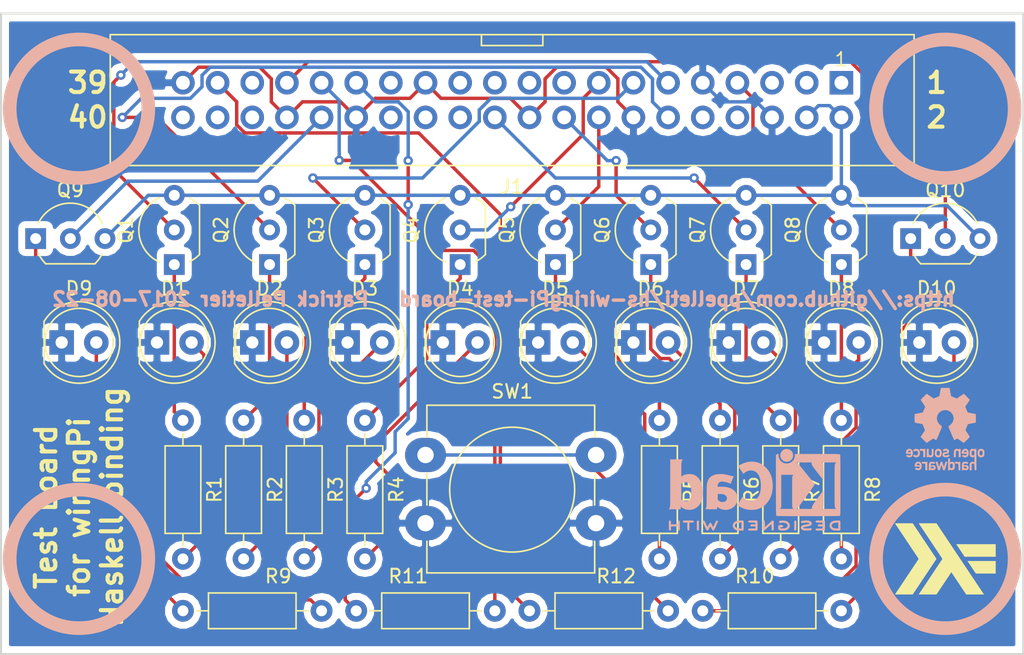
<source format=kicad_pcb>
(kicad_pcb (version 4) (host pcbnew 4.0.6)
  (title_block (title "Test board for wiringPi Haskell binding") (date 2017-08-08) (company "Patrick Pelletier"))
  (layers (0 F.Cu signal) (31 B.Cu signal) (34 B.Paste user) (35 F.Paste user) (36 B.SilkS user) (37 F.SilkS user) (38 B.Mask user) (39 F.Mask user) (44 Edge.Cuts user))
  (net 0 "")
  (net 1 GND)
  (net 2 "Net-(D1-Pad2)")
  (net 3 "Net-(D2-Pad2)")
  (net 4 "Net-(D3-Pad2)")
  (net 5 "Net-(D4-Pad2)")
  (net 6 "Net-(D5-Pad2)")
  (net 7 "Net-(D6-Pad2)")
  (net 8 "Net-(D7-Pad2)")
  (net 9 "Net-(D8-Pad2)")
  (net 10 "Net-(D9-Pad2)")
  (net 11 "Net-(D10-Pad2)")
  (net 12 /WPi0)
  (net 13 VCC)
  (net 14 "Net-(Q1-Pad1)")
  (net 15 /WPi1)
  (net 16 "Net-(Q2-Pad1)")
  (net 17 /WPi2)
  (net 18 "Net-(Q3-Pad1)")
  (net 19 /WPi3)
  (net 20 "Net-(Q4-Pad1)")
  (net 21 /WPi4)
  (net 22 "Net-(Q5-Pad1)")
  (net 23 /WPi5)
  (net 24 "Net-(Q6-Pad1)")
  (net 25 /WPi6)
  (net 26 "Net-(Q7-Pad1)")
  (net 27 /WPi7)
  (net 28 "Net-(Q8-Pad1)")
  (net 29 /PWM0)
  (net 30 "Net-(Q9-Pad1)")
  (net 31 /PWM1)
  (net 32 "Net-(Q10-Pad1)")
  (net 33 "Net-(J1-Pad29)")
  (net 34 "Net-(J1-Pad31)")
  (net 35 /Button)
  (net 36 "Net-(R12-Pad2)")
  (net 37 "Net-(J1-Pad1)")
  (net 38 "Net-(J1-Pad3)")
  (net 39 "Net-(J1-Pad5)")
  (net 40 "Net-(J1-Pad8)")
  (net 41 "Net-(J1-Pad10)")
  (net 42 "Net-(J1-Pad17)")
  (net 43 "Net-(J1-Pad19)")
  (net 44 "Net-(J1-Pad21)")
  (net 45 "Net-(J1-Pad23)")
  (net 46 "Net-(J1-Pad24)")
  (net 47 "Net-(J1-Pad26)")
  (net 48 "Net-(J1-Pad27)")
  (net 49 "Net-(J1-Pad28)")
  (net 50 "Net-(J1-Pad35)")
  (net 51 "Net-(J1-Pad36)")
  (net 52 "Net-(J1-Pad38)")
  (net 53 "Net-(J1-Pad40)")
  (module LEDs:LED_D5.0mm (layer F.Cu) (at 107.95 97.79)
    (fp_text reference D1 (at 1.27 -3.96) (layer F.SilkS))
    (fp_text value Yellow)
    (pad 1 thru_hole rect (at 0 0) (size 1.8 1.8) (drill 0.9) (layers *.Cu *.Mask) (net 1 GND))
    (pad 2 thru_hole circle (at 2.54 0) (size 1.8 1.8) (drill 0.9) (layers *.Cu *.Mask) (net 2 "Net-(D1-Pad2)"))
  )
  (module LEDs:LED_D5.0mm (layer F.Cu) (at 114.935 97.79)
    (fp_text reference D2 (at 1.27 -3.96) (layer F.SilkS))
    (fp_text value Yellow)
    (pad 1 thru_hole rect (at 0 0) (size 1.8 1.8) (drill 0.9) (layers *.Cu *.Mask) (net 1 GND))
    (pad 2 thru_hole circle (at 2.54 0) (size 1.8 1.8) (drill 0.9) (layers *.Cu *.Mask) (net 3 "Net-(D2-Pad2)"))
  )
  (module LEDs:LED_D5.0mm (layer F.Cu) (at 121.92 97.79)
    (fp_text reference D3 (at 1.27 -3.96) (layer F.SilkS))
    (fp_text value Yellow)
    (pad 1 thru_hole rect (at 0 0) (size 1.8 1.8) (drill 0.9) (layers *.Cu *.Mask) (net 1 GND))
    (pad 2 thru_hole circle (at 2.54 0) (size 1.8 1.8) (drill 0.9) (layers *.Cu *.Mask) (net 4 "Net-(D3-Pad2)"))
  )
  (module LEDs:LED_D5.0mm (layer F.Cu) (at 128.905 97.79)
    (fp_text reference D4 (at 1.27 -3.96) (layer F.SilkS))
    (fp_text value Yellow)
    (pad 1 thru_hole rect (at 0 0) (size 1.8 1.8) (drill 0.9) (layers *.Cu *.Mask) (net 1 GND))
    (pad 2 thru_hole circle (at 2.54 0) (size 1.8 1.8) (drill 0.9) (layers *.Cu *.Mask) (net 5 "Net-(D4-Pad2)"))
  )
  (module LEDs:LED_D5.0mm (layer F.Cu) (at 135.89 97.79)
    (fp_text reference D5 (at 1.27 -3.96) (layer F.SilkS))
    (fp_text value Yellow)
    (pad 1 thru_hole rect (at 0 0) (size 1.8 1.8) (drill 0.9) (layers *.Cu *.Mask) (net 1 GND))
    (pad 2 thru_hole circle (at 2.54 0) (size 1.8 1.8) (drill 0.9) (layers *.Cu *.Mask) (net 6 "Net-(D5-Pad2)"))
  )
  (module LEDs:LED_D5.0mm (layer F.Cu) (at 142.875 97.79)
    (fp_text reference D6 (at 1.27 -3.96) (layer F.SilkS))
    (fp_text value Yellow)
    (pad 1 thru_hole rect (at 0 0) (size 1.8 1.8) (drill 0.9) (layers *.Cu *.Mask) (net 1 GND))
    (pad 2 thru_hole circle (at 2.54 0) (size 1.8 1.8) (drill 0.9) (layers *.Cu *.Mask) (net 7 "Net-(D6-Pad2)"))
  )
  (module LEDs:LED_D5.0mm (layer F.Cu) (at 149.86 97.79)
    (fp_text reference D7 (at 1.27 -3.96) (layer F.SilkS))
    (fp_text value Yellow)
    (pad 1 thru_hole rect (at 0 0) (size 1.8 1.8) (drill 0.9) (layers *.Cu *.Mask) (net 1 GND))
    (pad 2 thru_hole circle (at 2.54 0) (size 1.8 1.8) (drill 0.9) (layers *.Cu *.Mask) (net 8 "Net-(D7-Pad2)"))
  )
  (module LEDs:LED_D5.0mm (layer F.Cu) (at 156.845 97.79)
    (fp_text reference D8 (at 1.27 -3.96) (layer F.SilkS))
    (fp_text value Yellow)
    (pad 1 thru_hole rect (at 0 0) (size 1.8 1.8) (drill 0.9) (layers *.Cu *.Mask) (net 1 GND))
    (pad 2 thru_hole circle (at 2.54 0) (size 1.8 1.8) (drill 0.9) (layers *.Cu *.Mask) (net 9 "Net-(D8-Pad2)"))
  )
  (module LEDs:LED_D5.0mm (layer F.Cu) (at 100.965 97.79)
    (fp_text reference D9 (at 1.27 -3.96) (layer F.SilkS))
    (fp_text value Red)
    (pad 1 thru_hole rect (at 0 0) (size 1.8 1.8) (drill 0.9) (layers *.Cu *.Mask) (net 1 GND))
    (pad 2 thru_hole circle (at 2.54 0) (size 1.8 1.8) (drill 0.9) (layers *.Cu *.Mask) (net 10 "Net-(D9-Pad2)"))
  )
  (module LEDs:LED_D5.0mm (layer F.Cu) (at 163.83 97.79)
    (fp_text reference D10 (at 1.27 -3.96) (layer F.SilkS))
    (fp_text value Red)
    (pad 1 thru_hole rect (at 0 0) (size 1.8 1.8) (drill 0.9) (layers *.Cu *.Mask) (net 1 GND))
    (pad 2 thru_hole circle (at 2.54 0) (size 1.8 1.8) (drill 0.9) (layers *.Cu *.Mask) (net 11 "Net-(D10-Pad2)"))
  )
  (module Resistors_THT:R_Axial_DIN0207_L6.3mm_D2.5mm_P10.16mm_Horizontal (layer F.Cu) (at 109.855 103.505 270)
    (fp_text reference R1 (at 5.08 -2.31 270) (layer F.SilkS))
    (fp_text value 33)
    (pad 1 thru_hole circle (at 0 0 270) (size 1.6 1.6) (drill 0.8) (layers *.Cu *.Mask) (net 14 "Net-(Q1-Pad1)"))
    (pad 2 thru_hole oval (at 10.16 0 270) (size 1.6 1.6) (drill 0.8) (layers *.Cu *.Mask) (net 2 "Net-(D1-Pad2)"))
  )
  (module Resistors_THT:R_Axial_DIN0207_L6.3mm_D2.5mm_P10.16mm_Horizontal (layer F.Cu) (at 114.3 103.505 270)
    (fp_text reference R2 (at 5.08 -2.31 270) (layer F.SilkS))
    (fp_text value 33)
    (pad 1 thru_hole circle (at 0 0 270) (size 1.6 1.6) (drill 0.8) (layers *.Cu *.Mask) (net 16 "Net-(Q2-Pad1)"))
    (pad 2 thru_hole oval (at 10.16 0 270) (size 1.6 1.6) (drill 0.8) (layers *.Cu *.Mask) (net 3 "Net-(D2-Pad2)"))
  )
  (module Resistors_THT:R_Axial_DIN0207_L6.3mm_D2.5mm_P10.16mm_Horizontal (layer F.Cu) (at 118.745 103.505 270)
    (fp_text reference R3 (at 5.08 -2.31 270) (layer F.SilkS))
    (fp_text value 33)
    (pad 1 thru_hole circle (at 0 0 270) (size 1.6 1.6) (drill 0.8) (layers *.Cu *.Mask) (net 18 "Net-(Q3-Pad1)"))
    (pad 2 thru_hole oval (at 10.16 0 270) (size 1.6 1.6) (drill 0.8) (layers *.Cu *.Mask) (net 4 "Net-(D3-Pad2)"))
  )
  (module Resistors_THT:R_Axial_DIN0207_L6.3mm_D2.5mm_P10.16mm_Horizontal (layer F.Cu) (at 123.19 103.505 270)
    (fp_text reference R4 (at 5.08 -2.31 270) (layer F.SilkS))
    (fp_text value 33)
    (pad 1 thru_hole circle (at 0 0 270) (size 1.6 1.6) (drill 0.8) (layers *.Cu *.Mask) (net 20 "Net-(Q4-Pad1)"))
    (pad 2 thru_hole oval (at 10.16 0 270) (size 1.6 1.6) (drill 0.8) (layers *.Cu *.Mask) (net 5 "Net-(D4-Pad2)"))
  )
  (module Resistors_THT:R_Axial_DIN0207_L6.3mm_D2.5mm_P10.16mm_Horizontal (layer F.Cu) (at 144.78 103.505 270)
    (fp_text reference R5 (at 5.08 -2.31 270) (layer F.SilkS))
    (fp_text value 33)
    (pad 1 thru_hole circle (at 0 0 270) (size 1.6 1.6) (drill 0.8) (layers *.Cu *.Mask) (net 22 "Net-(Q5-Pad1)"))
    (pad 2 thru_hole oval (at 10.16 0 270) (size 1.6 1.6) (drill 0.8) (layers *.Cu *.Mask) (net 6 "Net-(D5-Pad2)"))
  )
  (module Resistors_THT:R_Axial_DIN0207_L6.3mm_D2.5mm_P10.16mm_Horizontal (layer F.Cu) (at 149.225 103.505 270)
    (fp_text reference R6 (at 5.08 -2.31 270) (layer F.SilkS))
    (fp_text value 33)
    (pad 1 thru_hole circle (at 0 0 270) (size 1.6 1.6) (drill 0.8) (layers *.Cu *.Mask) (net 24 "Net-(Q6-Pad1)"))
    (pad 2 thru_hole oval (at 10.16 0 270) (size 1.6 1.6) (drill 0.8) (layers *.Cu *.Mask) (net 7 "Net-(D6-Pad2)"))
  )
  (module Resistors_THT:R_Axial_DIN0207_L6.3mm_D2.5mm_P10.16mm_Horizontal (layer F.Cu) (at 153.67 103.505 270)
    (fp_text reference R7 (at 5.08 -2.31 270) (layer F.SilkS))
    (fp_text value 33)
    (pad 1 thru_hole circle (at 0 0 270) (size 1.6 1.6) (drill 0.8) (layers *.Cu *.Mask) (net 26 "Net-(Q7-Pad1)"))
    (pad 2 thru_hole oval (at 10.16 0 270) (size 1.6 1.6) (drill 0.8) (layers *.Cu *.Mask) (net 8 "Net-(D7-Pad2)"))
  )
  (module Resistors_THT:R_Axial_DIN0207_L6.3mm_D2.5mm_P10.16mm_Horizontal (layer F.Cu) (at 158.115 103.505 270)
    (fp_text reference R8 (at 5.08 -2.31 270) (layer F.SilkS))
    (fp_text value 33)
    (pad 1 thru_hole circle (at 0 0 270) (size 1.6 1.6) (drill 0.8) (layers *.Cu *.Mask) (net 28 "Net-(Q8-Pad1)"))
    (pad 2 thru_hole oval (at 10.16 0 270) (size 1.6 1.6) (drill 0.8) (layers *.Cu *.Mask) (net 9 "Net-(D8-Pad2)"))
  )
  (module Resistors_THT:R_Axial_DIN0207_L6.3mm_D2.5mm_P10.16mm_Horizontal (layer F.Cu) (at 122.555 117.475)
    (fp_text reference R11 (at 3.81 -2.54) (layer F.SilkS))
    (fp_text value 1K)
    (pad 1 thru_hole circle (at 0 0) (size 1.6 1.6) (drill 0.8) (layers *.Cu *.Mask) (net 33 "Net-(J1-Pad29)"))
    (pad 2 thru_hole oval (at 10.16 0) (size 1.6 1.6) (drill 0.8) (layers *.Cu *.Mask) (net 34 "Net-(J1-Pad31)"))
  )
  (module Resistors_THT:R_Axial_DIN0207_L6.3mm_D2.5mm_P10.16mm_Horizontal (layer F.Cu) (at 135.255 117.475)
    (fp_text reference R12 (at 6.35 -2.54) (layer F.SilkS))
    (fp_text value 1K)
    (pad 1 thru_hole circle (at 0 0) (size 1.6 1.6) (drill 0.8) (layers *.Cu *.Mask) (net 35 /Button))
    (pad 2 thru_hole oval (at 10.16 0) (size 1.6 1.6) (drill 0.8) (layers *.Cu *.Mask) (net 36 "Net-(R12-Pad2)"))
  )
  (module TO_SOT_Packages_THT:TO-92_Inline_Wide (layer F.Cu) (at 109.22 92.075 90)
    (fp_text reference Q1 (at 2.54 -3.56 270) (layer F.SilkS))
    (fp_text value Q_NPN_EBC)
    (pad 2 thru_hole circle (at 2.54 0 180) (size 1.52 1.52) (drill 0.8) (layers *.Cu *.Mask) (net 12 /WPi0))
    (pad 3 thru_hole circle (at 5.08 0 180) (size 1.52 1.52) (drill 0.8) (layers *.Cu *.Mask) (net 13 VCC))
    (pad 1 thru_hole rect (at 0 0 180) (size 1.52 1.52) (drill 0.8) (layers *.Cu *.Mask) (net 14 "Net-(Q1-Pad1)"))
  )
  (module TO_SOT_Packages_THT:TO-92_Inline_Wide (layer F.Cu) (at 116.205 92.075 90)
    (fp_text reference Q2 (at 2.54 -3.56 270) (layer F.SilkS))
    (fp_text value Q_NPN_EBC)
    (pad 2 thru_hole circle (at 2.54 0 180) (size 1.52 1.52) (drill 0.8) (layers *.Cu *.Mask) (net 15 /WPi1))
    (pad 3 thru_hole circle (at 5.08 0 180) (size 1.52 1.52) (drill 0.8) (layers *.Cu *.Mask) (net 13 VCC))
    (pad 1 thru_hole rect (at 0 0 180) (size 1.52 1.52) (drill 0.8) (layers *.Cu *.Mask) (net 16 "Net-(Q2-Pad1)"))
  )
  (module TO_SOT_Packages_THT:TO-92_Inline_Wide (layer F.Cu) (at 123.19 92.075 90)
    (fp_text reference Q3 (at 2.54 -3.56 270) (layer F.SilkS))
    (fp_text value Q_NPN_EBC)
    (pad 2 thru_hole circle (at 2.54 0 180) (size 1.52 1.52) (drill 0.8) (layers *.Cu *.Mask) (net 17 /WPi2))
    (pad 3 thru_hole circle (at 5.08 0 180) (size 1.52 1.52) (drill 0.8) (layers *.Cu *.Mask) (net 13 VCC))
    (pad 1 thru_hole rect (at 0 0 180) (size 1.52 1.52) (drill 0.8) (layers *.Cu *.Mask) (net 18 "Net-(Q3-Pad1)"))
  )
  (module TO_SOT_Packages_THT:TO-92_Inline_Wide (layer F.Cu) (at 130.175 92.075 90)
    (fp_text reference Q4 (at 2.54 -3.56 270) (layer F.SilkS))
    (fp_text value Q_NPN_EBC)
    (pad 2 thru_hole circle (at 2.54 0 180) (size 1.52 1.52) (drill 0.8) (layers *.Cu *.Mask) (net 19 /WPi3))
    (pad 3 thru_hole circle (at 5.08 0 180) (size 1.52 1.52) (drill 0.8) (layers *.Cu *.Mask) (net 13 VCC))
    (pad 1 thru_hole rect (at 0 0 180) (size 1.52 1.52) (drill 0.8) (layers *.Cu *.Mask) (net 20 "Net-(Q4-Pad1)"))
  )
  (module TO_SOT_Packages_THT:TO-92_Inline_Wide (layer F.Cu) (at 137.16 92.075 90)
    (fp_text reference Q5 (at 2.54 -3.56 270) (layer F.SilkS))
    (fp_text value Q_NPN_EBC)
    (pad 2 thru_hole circle (at 2.54 0 180) (size 1.52 1.52) (drill 0.8) (layers *.Cu *.Mask) (net 21 /WPi4))
    (pad 3 thru_hole circle (at 5.08 0 180) (size 1.52 1.52) (drill 0.8) (layers *.Cu *.Mask) (net 13 VCC))
    (pad 1 thru_hole rect (at 0 0 180) (size 1.52 1.52) (drill 0.8) (layers *.Cu *.Mask) (net 22 "Net-(Q5-Pad1)"))
  )
  (module TO_SOT_Packages_THT:TO-92_Inline_Wide (layer F.Cu) (at 144.145 92.075 90)
    (fp_text reference Q6 (at 2.54 -3.56 270) (layer F.SilkS))
    (fp_text value Q_NPN_EBC)
    (pad 2 thru_hole circle (at 2.54 0 180) (size 1.52 1.52) (drill 0.8) (layers *.Cu *.Mask) (net 23 /WPi5))
    (pad 3 thru_hole circle (at 5.08 0 180) (size 1.52 1.52) (drill 0.8) (layers *.Cu *.Mask) (net 13 VCC))
    (pad 1 thru_hole rect (at 0 0 180) (size 1.52 1.52) (drill 0.8) (layers *.Cu *.Mask) (net 24 "Net-(Q6-Pad1)"))
  )
  (module TO_SOT_Packages_THT:TO-92_Inline_Wide (layer F.Cu) (at 151.13 92.075 90)
    (fp_text reference Q7 (at 2.54 -3.56 270) (layer F.SilkS))
    (fp_text value Q_NPN_EBC)
    (pad 2 thru_hole circle (at 2.54 0 180) (size 1.52 1.52) (drill 0.8) (layers *.Cu *.Mask) (net 25 /WPi6))
    (pad 3 thru_hole circle (at 5.08 0 180) (size 1.52 1.52) (drill 0.8) (layers *.Cu *.Mask) (net 13 VCC))
    (pad 1 thru_hole rect (at 0 0 180) (size 1.52 1.52) (drill 0.8) (layers *.Cu *.Mask) (net 26 "Net-(Q7-Pad1)"))
  )
  (module TO_SOT_Packages_THT:TO-92_Inline_Wide (layer F.Cu) (at 158.115 92.075 90)
    (fp_text reference Q8 (at 2.54 -3.56 270) (layer F.SilkS))
    (fp_text value Q_NPN_EBC)
    (pad 2 thru_hole circle (at 2.54 0 180) (size 1.52 1.52) (drill 0.8) (layers *.Cu *.Mask) (net 27 /WPi7))
    (pad 3 thru_hole circle (at 5.08 0 180) (size 1.52 1.52) (drill 0.8) (layers *.Cu *.Mask) (net 13 VCC))
    (pad 1 thru_hole rect (at 0 0 180) (size 1.52 1.52) (drill 0.8) (layers *.Cu *.Mask) (net 28 "Net-(Q8-Pad1)"))
  )
  (module TO_SOT_Packages_THT:TO-92_Inline_Wide (layer F.Cu) (at 99.06 90.17)
    (fp_text reference Q9 (at 2.54 -3.56 180) (layer F.SilkS))
    (fp_text value Q_NPN_EBC)
    (pad 2 thru_hole circle (at 2.54 0 90) (size 1.52 1.52) (drill 0.8) (layers *.Cu *.Mask) (net 29 /PWM0))
    (pad 3 thru_hole circle (at 5.08 0 90) (size 1.52 1.52) (drill 0.8) (layers *.Cu *.Mask) (net 13 VCC))
    (pad 1 thru_hole rect (at 0 0 90) (size 1.52 1.52) (drill 0.8) (layers *.Cu *.Mask) (net 30 "Net-(Q9-Pad1)"))
  )
  (module TO_SOT_Packages_THT:TO-92_Inline_Wide (layer F.Cu) (at 163.195 90.17)
    (fp_text reference Q10 (at 2.54 -3.56 180) (layer F.SilkS))
    (fp_text value Q_NPN_EBC)
    (pad 2 thru_hole circle (at 2.54 0 90) (size 1.52 1.52) (drill 0.8) (layers *.Cu *.Mask) (net 31 /PWM1))
    (pad 3 thru_hole circle (at 5.08 0 90) (size 1.52 1.52) (drill 0.8) (layers *.Cu *.Mask) (net 13 VCC))
    (pad 1 thru_hole rect (at 0 0 90) (size 1.52 1.52) (drill 0.8) (layers *.Cu *.Mask) (net 32 "Net-(Q10-Pad1)"))
  )
  (module Resistors_THT:R_Axial_DIN0207_L6.3mm_D2.5mm_P10.16mm_Horizontal (layer F.Cu) (at 109.855 117.475)
    (fp_text reference R9 (at 6.985 -2.54) (layer F.SilkS))
    (fp_text value 33)
    (pad 1 thru_hole circle (at 0 0) (size 1.6 1.6) (drill 0.8) (layers *.Cu *.Mask) (net 30 "Net-(Q9-Pad1)"))
    (pad 2 thru_hole oval (at 10.16 0) (size 1.6 1.6) (drill 0.8) (layers *.Cu *.Mask) (net 10 "Net-(D9-Pad2)"))
  )
  (module Resistors_THT:R_Axial_DIN0207_L6.3mm_D2.5mm_P10.16mm_Horizontal (layer F.Cu) (at 147.955 117.475)
    (fp_text reference R10 (at 3.81 -2.54) (layer F.SilkS))
    (fp_text value 33)
    (pad 1 thru_hole circle (at 0 0) (size 1.6 1.6) (drill 0.8) (layers *.Cu *.Mask) (net 32 "Net-(Q10-Pad1)"))
    (pad 2 thru_hole oval (at 10.16 0) (size 1.6 1.6) (drill 0.8) (layers *.Cu *.Mask) (net 11 "Net-(D10-Pad2)"))
  )
  (module hs_wpi_test_board:Haskell_Logo (layer F.Cu) (at 165.735 113.665)
    (fp_text reference REF** hide)
    (fp_text value Haskell_Logo hide)
  )
  (module Symbols:OSHW-Logo_5.7x6mm_SilkScreen (layer B.Cu) (at 165.735 104.14 180)
    (fp_text reference REF*** hide)
    (fp_text value OSHW-Logo_5.7x6mm_SilkScreen hide)
  )
  (module Symbols:KiCad-Logo2_6mm_SilkScreen (layer B.Cu) (at 151.765 108.585 180)
    (fp_text reference REF*** hide)
    (fp_text value KiCad-Logo2_6mm_SilkScreen hide)
  )
  (module hs_wpi_test_board:SW_PUSH-12mm_Wurth-430476085716 (layer F.Cu) (at 127.635 106.045)
    (fp_text reference SW1 (at 6.35 -4.66) (layer F.SilkS))
    (fp_text value SW_Push)
    (pad 1 thru_hole oval (at 12.5 0) (size 3 2.5) (drill 1.2) (layers *.Cu *.Mask) (net 36 "Net-(R12-Pad2)"))
    (pad 2 thru_hole oval (at 12.5 5) (size 3 2.5) (drill 1.2) (layers *.Cu *.Mask) (net 1 GND))
    (pad 1 thru_hole oval (at 0 0) (size 3 2.5) (drill 1.2) (layers *.Cu *.Mask) (net 36 "Net-(R12-Pad2)"))
    (pad 2 thru_hole oval (at 0 5) (size 3 2.5) (drill 1.2) (layers *.Cu *.Mask) (net 1 GND))
  )
  (module hs_wpi_test_board:IDC_Header_Straight_40pins_key (layer F.Cu) (at 158.115 78.74 180)
    (fp_text reference J1 (at 24.13 -7.62 180) (layer F.SilkS))
    (fp_text value Raspberry_Pi_2_3)
    (fp_text user 1 (at 0.02 1.72 180) (layer F.SilkS) (effects (font (thickness 0.12))))
    (pad 1 thru_hole rect (at 0 0 180) (size 1.7272 1.7272) (drill 1.016) (layers *.Cu *.Mask) (net 37 "Net-(J1-Pad1)"))
    (pad 2 thru_hole oval (at 0 -2.54 180) (size 1.7272 1.7272) (drill 1.016) (layers *.Cu *.Mask) (net 13 VCC))
    (pad 3 thru_hole oval (at 2.54 0 180) (size 1.7272 1.7272) (drill 1.016) (layers *.Cu *.Mask) (net 38 "Net-(J1-Pad3)"))
    (pad 4 thru_hole oval (at 2.54 -2.54 180) (size 1.7272 1.7272) (drill 1.016) (layers *.Cu *.Mask) (net 13 VCC))
    (pad 5 thru_hole oval (at 5.08 0 180) (size 1.7272 1.7272) (drill 1.016) (layers *.Cu *.Mask) (net 39 "Net-(J1-Pad5)"))
    (pad 6 thru_hole oval (at 5.08 -2.54 180) (size 1.7272 1.7272) (drill 1.016) (layers *.Cu *.Mask) (net 1 GND))
    (pad 7 thru_hole oval (at 7.62 0 180) (size 1.7272 1.7272) (drill 1.016) (layers *.Cu *.Mask) (net 27 /WPi7))
    (pad 8 thru_hole oval (at 7.62 -2.54 180) (size 1.7272 1.7272) (drill 1.016) (layers *.Cu *.Mask) (net 40 "Net-(J1-Pad8)"))
    (pad 9 thru_hole oval (at 10.16 0 180) (size 1.7272 1.7272) (drill 1.016) (layers *.Cu *.Mask) (net 1 GND))
    (pad 10 thru_hole oval (at 10.16 -2.54 180) (size 1.7272 1.7272) (drill 1.016) (layers *.Cu *.Mask) (net 41 "Net-(J1-Pad10)"))
    (pad 11 thru_hole oval (at 12.7 0 180) (size 1.7272 1.7272) (drill 1.016) (layers *.Cu *.Mask) (net 12 /WPi0))
    (pad 12 thru_hole oval (at 12.7 -2.54 180) (size 1.7272 1.7272) (drill 1.016) (layers *.Cu *.Mask) (net 15 /WPi1))
    (pad 13 thru_hole oval (at 15.24 0 180) (size 1.7272 1.7272) (drill 1.016) (layers *.Cu *.Mask) (net 17 /WPi2))
    (pad 14 thru_hole oval (at 15.24 -2.54 180) (size 1.7272 1.7272) (drill 1.016) (layers *.Cu *.Mask) (net 1 GND))
    (pad 15 thru_hole oval (at 17.78 0 180) (size 1.7272 1.7272) (drill 1.016) (layers *.Cu *.Mask) (net 19 /WPi3))
    (pad 16 thru_hole oval (at 17.78 -2.54 180) (size 1.7272 1.7272) (drill 1.016) (layers *.Cu *.Mask) (net 21 /WPi4))
    (pad 17 thru_hole oval (at 20.32 0 180) (size 1.7272 1.7272) (drill 1.016) (layers *.Cu *.Mask) (net 42 "Net-(J1-Pad17)"))
    (pad 18 thru_hole oval (at 20.32 -2.54 180) (size 1.7272 1.7272) (drill 1.016) (layers *.Cu *.Mask) (net 23 /WPi5))
    (pad 19 thru_hole oval (at 22.86 0 180) (size 1.7272 1.7272) (drill 1.016) (layers *.Cu *.Mask) (net 43 "Net-(J1-Pad19)"))
    (pad 20 thru_hole oval (at 22.86 -2.54 180) (size 1.7272 1.7272) (drill 1.016) (layers *.Cu *.Mask) (net 1 GND))
    (pad 21 thru_hole oval (at 25.4 0 180) (size 1.7272 1.7272) (drill 1.016) (layers *.Cu *.Mask) (net 44 "Net-(J1-Pad21)"))
    (pad 22 thru_hole oval (at 25.4 -2.54 180) (size 1.7272 1.7272) (drill 1.016) (layers *.Cu *.Mask) (net 25 /WPi6))
    (pad 23 thru_hole oval (at 27.94 0 180) (size 1.7272 1.7272) (drill 1.016) (layers *.Cu *.Mask) (net 45 "Net-(J1-Pad23)"))
    (pad 24 thru_hole oval (at 27.94 -2.54 180) (size 1.7272 1.7272) (drill 1.016) (layers *.Cu *.Mask) (net 46 "Net-(J1-Pad24)"))
    (pad 25 thru_hole oval (at 30.48 0 180) (size 1.7272 1.7272) (drill 1.016) (layers *.Cu *.Mask) (net 1 GND))
    (pad 26 thru_hole oval (at 30.48 -2.54 180) (size 1.7272 1.7272) (drill 1.016) (layers *.Cu *.Mask) (net 47 "Net-(J1-Pad26)"))
    (pad 27 thru_hole oval (at 33.02 0 180) (size 1.7272 1.7272) (drill 1.016) (layers *.Cu *.Mask) (net 48 "Net-(J1-Pad27)"))
    (pad 28 thru_hole oval (at 33.02 -2.54 180) (size 1.7272 1.7272) (drill 1.016) (layers *.Cu *.Mask) (net 49 "Net-(J1-Pad28)"))
    (pad 29 thru_hole oval (at 35.56 0 180) (size 1.7272 1.7272) (drill 1.016) (layers *.Cu *.Mask) (net 33 "Net-(J1-Pad29)"))
    (pad 30 thru_hole oval (at 35.56 -2.54 180) (size 1.7272 1.7272) (drill 1.016) (layers *.Cu *.Mask) (net 1 GND))
    (pad 31 thru_hole oval (at 38.1 0 180) (size 1.7272 1.7272) (drill 1.016) (layers *.Cu *.Mask) (net 34 "Net-(J1-Pad31)"))
    (pad 32 thru_hole oval (at 38.1 -2.54 180) (size 1.7272 1.7272) (drill 1.016) (layers *.Cu *.Mask) (net 29 /PWM0))
    (pad 33 thru_hole oval (at 40.64 0 180) (size 1.7272 1.7272) (drill 1.016) (layers *.Cu *.Mask) (net 31 /PWM1))
    (pad 34 thru_hole oval (at 40.64 -2.54 180) (size 1.7272 1.7272) (drill 1.016) (layers *.Cu *.Mask) (net 1 GND))
    (pad 35 thru_hole oval (at 43.18 0 180) (size 1.7272 1.7272) (drill 1.016) (layers *.Cu *.Mask) (net 50 "Net-(J1-Pad35)"))
    (pad 36 thru_hole oval (at 43.18 -2.54 180) (size 1.7272 1.7272) (drill 1.016) (layers *.Cu *.Mask) (net 51 "Net-(J1-Pad36)"))
    (pad 37 thru_hole oval (at 45.72 0 180) (size 1.7272 1.7272) (drill 1.016) (layers *.Cu *.Mask) (net 35 /Button))
    (pad 38 thru_hole oval (at 45.72 -2.54 180) (size 1.7272 1.7272) (drill 1.016) (layers *.Cu *.Mask) (net 52 "Net-(J1-Pad38)"))
    (pad 39 thru_hole oval (at 48.26 0 180) (size 1.7272 1.7272) (drill 1.016) (layers *.Cu *.Mask) (net 1 GND))
    (pad 40 thru_hole oval (at 48.26 -2.54 180) (size 1.7272 1.7272) (drill 1.016) (layers *.Cu *.Mask) (net 53 "Net-(J1-Pad40)"))
  )
  (gr_line (start 171.45 73.66) (end 96.52 73.66) (angle 90) (layer Edge.Cuts) (width 0.15))
  (gr_line (start 171.45 120.65) (end 171.45 73.66) (angle 90) (layer Edge.Cuts) (width 0.15))
  (gr_line (start 96.52 120.65) (end 171.45 120.65) (angle 90) (layer Edge.Cuts) (width 0.15))
  (gr_line (start 96.52 73.66) (end 96.52 120.65) (angle 90) (layer Edge.Cuts) (width 0.15))
  (gr_text 40 (at 102.87 81.28) (layer F.SilkS) (effects (font (size 1.5 1.5) (thickness 0.3))))
  (gr_text 39 (at 102.87 78.74) (layer F.SilkS) (effects (font (size 1.5 1.5) (thickness 0.3))))
  (gr_text 2 (at 165.1 81.28) (layer F.SilkS) (effects (font (size 1.5 1.5) (thickness 0.3))))
  (gr_text 1 (at 165.1 78.74) (layer F.SilkS) (effects (font (size 1.5 1.5) (thickness 0.3))))
  (gr_text "Test board\nfor wiringPi\nHaskell binding" (at 102.235 109.855 90) (layer F.SilkS) (effects (font (size 1.5 1.5) (thickness 0.3))))
  (gr_text "https://github.com/ppelleti/hs-wiringPi-test-board   Patrick Pelletier 2017-08-22" (at 133.35 94.615) (layer B.SilkS) (effects (font (size 1 1) (thickness 0.25)) (justify mirror)))
  (gr_circle (center 165.735 113.665) (end 170.815 113.665) (layer B.SilkS) (width 1))
  (gr_circle (center 102.235 80.645) (end 107.315 80.645) (layer B.SilkS) (width 1))
  (gr_circle (center 102.235 113.665) (end 107.315 113.665) (layer B.SilkS) (width 1))
  (gr_circle (center 165.735 80.645) (end 170.815 80.645) (layer B.SilkS) (width 1))
  (segment (start 135.255 81.28) (end 136.396001 80.138999) (width 0.25) (layer F.Cu) (net 1))
  (segment (start 136.396001 80.138999) (end 136.396001 78.450317) (width 0.25) (layer F.Cu) (net 1))
  (segment (start 136.396001 78.450317) (end 137.247319 77.598999) (width 0.25) (layer F.Cu) (net 1))
  (segment (start 137.247319 77.598999) (end 140.882681 77.598999) (width 0.25) (layer F.Cu) (net 1))
  (segment (start 140.882681 77.598999) (end 141.733999 78.450317) (width 0.25) (layer F.Cu) (net 1))
  (segment (start 141.733999 78.450317) (end 141.733999 80.138999) (width 0.25) (layer F.Cu) (net 1))
  (segment (start 141.733999 80.138999) (end 142.011401 80.416401) (width 0.25) (layer F.Cu) (net 1))
  (segment (start 142.011401 80.416401) (end 142.875 81.28) (width 0.25) (layer F.Cu) (net 1))
  (segment (start 117.475 81.28) (end 116.333999 80.138999) (width 0.25) (layer F.Cu) (net 1))
  (segment (start 116.333999 80.138999) (end 116.333999 78.450317) (width 0.25) (layer F.Cu) (net 1))
  (segment (start 116.333999 78.450317) (end 115.482681 77.598999) (width 0.25) (layer F.Cu) (net 1))
  (segment (start 115.482681 77.598999) (end 110.996001 77.598999) (width 0.25) (layer F.Cu) (net 1))
  (segment (start 110.996001 77.598999) (end 110.718599 77.876401) (width 0.25) (layer F.Cu) (net 1))
  (segment (start 110.718599 77.876401) (end 109.855 78.74) (width 0.25) (layer F.Cu) (net 1))
  (segment (start 122.555 81.28) (end 121.413999 80.138999) (width 0.25) (layer F.Cu) (net 1))
  (segment (start 121.413999 80.138999) (end 118.616001 80.138999) (width 0.25) (layer F.Cu) (net 1))
  (segment (start 118.616001 80.138999) (end 118.338599 80.416401) (width 0.25) (layer F.Cu) (net 1))
  (segment (start 118.338599 80.416401) (end 117.475 81.28) (width 0.25) (layer F.Cu) (net 1))
  (segment (start 127.635 78.74) (end 126.493999 79.881001) (width 0.25) (layer F.Cu) (net 1))
  (segment (start 126.493999 79.881001) (end 123.953999 79.881001) (width 0.25) (layer F.Cu) (net 1))
  (segment (start 123.953999 79.881001) (end 123.418599 80.416401) (width 0.25) (layer F.Cu) (net 1))
  (segment (start 123.418599 80.416401) (end 122.555 81.28) (width 0.25) (layer F.Cu) (net 1))
  (segment (start 127.635 78.74) (end 128.776001 79.881001) (width 0.25) (layer F.Cu) (net 1))
  (segment (start 128.776001 79.881001) (end 133.856001 79.881001) (width 0.25) (layer F.Cu) (net 1))
  (segment (start 133.856001 79.881001) (end 134.391401 80.416401) (width 0.25) (layer F.Cu) (net 1))
  (segment (start 134.391401 80.416401) (end 135.255 81.28) (width 0.25) (layer F.Cu) (net 1))
  (segment (start 153.035 81.28) (end 151.893999 80.138999) (width 0.25) (layer B.Cu) (net 1))
  (segment (start 151.893999 80.138999) (end 149.353999 80.138999) (width 0.25) (layer B.Cu) (net 1))
  (segment (start 149.353999 80.138999) (end 148.818599 79.603599) (width 0.25) (layer B.Cu) (net 1))
  (segment (start 148.818599 79.603599) (end 147.955 78.74) (width 0.25) (layer B.Cu) (net 1))
  (segment (start 109.855 113.665) (end 111.389999 112.130001) (width 0.25) (layer F.Cu) (net 2))
  (segment (start 111.389999 112.130001) (end 111.389999 98.689999) (width 0.25) (layer F.Cu) (net 2))
  (segment (start 111.389999 98.689999) (end 110.49 97.79) (width 0.25) (layer F.Cu) (net 2))
  (segment (start 114.3 113.665) (end 117.475 110.49) (width 0.25) (layer F.Cu) (net 3))
  (segment (start 117.475 110.49) (end 117.475 97.79) (width 0.25) (layer F.Cu) (net 3))
  (segment (start 123.560001 98.689999) (end 124.46 97.79) (width 0.25) (layer F.Cu) (net 4))
  (segment (start 119.822401 102.427599) (end 123.560001 98.689999) (width 0.25) (layer F.Cu) (net 4))
  (segment (start 118.745 113.665) (end 119.822401 112.587599) (width 0.25) (layer F.Cu) (net 4))
  (segment (start 119.822401 112.587599) (end 119.822401 102.427599) (width 0.25) (layer F.Cu) (net 4))
  (segment (start 123.19 113.665) (end 124.905769 111.949231) (width 0.25) (layer F.Cu) (net 5))
  (segment (start 124.905769 111.949231) (end 124.905769 107.477721) (width 0.25) (layer F.Cu) (net 5))
  (segment (start 124.905769 107.477721) (end 123.989999 106.561951) (width 0.25) (layer F.Cu) (net 5))
  (segment (start 123.989999 106.561951) (end 123.989999 105.245001) (width 0.25) (layer F.Cu) (net 5))
  (segment (start 130.545001 98.689999) (end 131.445 97.79) (width 0.25) (layer F.Cu) (net 5))
  (segment (start 123.989999 105.245001) (end 130.545001 98.689999) (width 0.25) (layer F.Cu) (net 5))
  (segment (start 139.329999 98.689999) (end 138.43 97.79) (width 0.25) (layer F.Cu) (net 6))
  (segment (start 143.702599 103.062599) (end 139.329999 98.689999) (width 0.25) (layer F.Cu) (net 6))
  (segment (start 143.702599 110.157105) (end 143.702599 103.062599) (width 0.25) (layer F.Cu) (net 6))
  (segment (start 144.78 111.234506) (end 143.702599 110.157105) (width 0.25) (layer F.Cu) (net 6))
  (segment (start 144.78 113.665) (end 144.78 111.234506) (width 0.25) (layer F.Cu) (net 6))
  (segment (start 149.225 113.665) (end 150.302401 112.587599) (width 0.25) (layer F.Cu) (net 7))
  (segment (start 150.302401 112.587599) (end 150.302401 102.677401) (width 0.25) (layer F.Cu) (net 7))
  (segment (start 150.302401 102.677401) (end 146.314999 98.689999) (width 0.25) (layer F.Cu) (net 7))
  (segment (start 146.314999 98.689999) (end 145.415 97.79) (width 0.25) (layer F.Cu) (net 7))
  (segment (start 153.67 113.665) (end 154.747401 112.587599) (width 0.25) (layer F.Cu) (net 8))
  (segment (start 154.747401 112.587599) (end 154.747401 100.137401) (width 0.25) (layer F.Cu) (net 8))
  (segment (start 154.747401 100.137401) (end 153.299999 98.689999) (width 0.25) (layer F.Cu) (net 8))
  (segment (start 153.299999 98.689999) (end 152.4 97.79) (width 0.25) (layer F.Cu) (net 8))
  (segment (start 159.385 99.062792) (end 159.385 97.79) (width 0.25) (layer F.Cu) (net 9))
  (segment (start 159.192401 99.255391) (end 159.385 99.062792) (width 0.25) (layer F.Cu) (net 9))
  (segment (start 159.192401 104.022153) (end 159.192401 99.255391) (width 0.25) (layer F.Cu) (net 9))
  (segment (start 158.115 113.665) (end 158.115 105.099554) (width 0.25) (layer F.Cu) (net 9))
  (segment (start 158.115 105.099554) (end 159.192401 104.022153) (width 0.25) (layer F.Cu) (net 9))
  (segment (start 120.015 117.475) (end 119.215001 116.675001) (width 0.25) (layer F.Cu) (net 10))
  (segment (start 119.215001 116.675001) (end 111.270447 116.675001) (width 0.25) (layer F.Cu) (net 10))
  (segment (start 111.270447 116.675001) (end 103.505 108.909554) (width 0.25) (layer F.Cu) (net 10))
  (segment (start 103.505 108.909554) (end 103.505 99.062792) (width 0.25) (layer F.Cu) (net 10))
  (segment (start 103.505 99.062792) (end 103.505 97.79) (width 0.25) (layer F.Cu) (net 10))
  (segment (start 158.115 117.475) (end 166.37 109.22) (width 0.25) (layer F.Cu) (net 11))
  (segment (start 166.37 109.22) (end 166.37 97.79) (width 0.25) (layer F.Cu) (net 11))
  (segment (start 104.962203 78.521456) (end 105.305102 78.178557) (width 0.25) (layer F.Cu) (net 12))
  (segment (start 104.789698 85.104698) (end 104.789698 78.693961) (width 0.25) (layer F.Cu) (net 12))
  (segment (start 109.22 89.535) (end 104.789698 85.104698) (width 0.25) (layer F.Cu) (net 12))
  (segment (start 105.648001 77.835658) (end 105.305102 78.178557) (width 0.25) (layer B.Cu) (net 12))
  (segment (start 143.871588 77.196588) (end 106.287071 77.196588) (width 0.25) (layer B.Cu) (net 12))
  (segment (start 145.415 78.74) (end 143.871588 77.196588) (width 0.25) (layer B.Cu) (net 12))
  (segment (start 106.287071 77.196588) (end 105.648001 77.835658) (width 0.25) (layer B.Cu) (net 12))
  (segment (start 104.789698 78.693961) (end 104.962203 78.521456) (width 0.25) (layer F.Cu) (net 12))
  (via (at 105.305102 78.178557) (size 0.6858) (drill 0.3302) (layers F.Cu B.Cu) (net 12))
  (segment (start 158.115 86.995) (end 158.874999 87.754999) (width 0.25) (layer B.Cu) (net 13))
  (segment (start 158.874999 87.754999) (end 165.859999 87.754999) (width 0.25) (layer B.Cu) (net 13))
  (segment (start 165.859999 87.754999) (end 167.515001 89.410001) (width 0.25) (layer B.Cu) (net 13))
  (segment (start 167.515001 89.410001) (end 168.275 90.17) (width 0.25) (layer B.Cu) (net 13))
  (segment (start 109.22 86.995) (end 107.315 86.995) (width 0.25) (layer B.Cu) (net 13))
  (segment (start 107.315 86.995) (end 104.14 90.17) (width 0.25) (layer B.Cu) (net 13))
  (segment (start 116.205 86.995) (end 109.22 86.995) (width 0.25) (layer B.Cu) (net 13))
  (segment (start 123.19 86.995) (end 116.205 86.995) (width 0.25) (layer B.Cu) (net 13))
  (segment (start 130.175 86.995) (end 123.19 86.995) (width 0.25) (layer B.Cu) (net 13))
  (segment (start 137.16 86.995) (end 130.175 86.995) (width 0.25) (layer B.Cu) (net 13))
  (segment (start 144.145 86.995) (end 137.16 86.995) (width 0.25) (layer B.Cu) (net 13))
  (segment (start 151.13 86.995) (end 144.145 86.995) (width 0.25) (layer B.Cu) (net 13))
  (segment (start 158.115 86.995) (end 151.13 86.995) (width 0.25) (layer B.Cu) (net 13))
  (segment (start 158.115 81.28) (end 158.115 86.995) (width 0.25) (layer B.Cu) (net 13))
  (segment (start 155.575 81.28) (end 156.438599 80.416401) (width 0.25) (layer B.Cu) (net 13))
  (segment (start 156.438599 80.416401) (end 157.251401 80.416401) (width 0.25) (layer B.Cu) (net 13))
  (segment (start 157.251401 80.416401) (end 158.115 81.28) (width 0.25) (layer B.Cu) (net 13))
  (segment (start 109.22 92.075) (end 109.22 102.87) (width 0.25) (layer F.Cu) (net 14))
  (segment (start 109.22 102.87) (end 109.855 103.505) (width 0.25) (layer F.Cu) (net 14))
  (segment (start 105.41 81.28) (end 106.808999 79.881001) (width 0.25) (layer B.Cu) (net 15))
  (segment (start 106.808999 79.881001) (end 110.402681 79.881001) (width 0.25) (layer B.Cu) (net 15))
  (segment (start 110.402681 79.881001) (end 111.253999 79.029683) (width 0.25) (layer B.Cu) (net 15))
  (segment (start 111.253999 79.029683) (end 111.253999 78.192319) (width 0.25) (layer B.Cu) (net 15))
  (segment (start 111.253999 78.192319) (end 111.847319 77.598999) (width 0.25) (layer B.Cu) (net 15))
  (segment (start 111.847319 77.598999) (end 143.422681 77.598999) (width 0.25) (layer B.Cu) (net 15))
  (segment (start 143.422681 77.598999) (end 144.273999 78.450317) (width 0.25) (layer B.Cu) (net 15))
  (segment (start 144.273999 78.450317) (end 144.273999 80.138999) (width 0.25) (layer B.Cu) (net 15))
  (segment (start 144.273999 80.138999) (end 144.551401 80.416401) (width 0.25) (layer B.Cu) (net 15))
  (segment (start 144.551401 80.416401) (end 145.415 81.28) (width 0.25) (layer B.Cu) (net 15))
  (segment (start 116.205 89.535) (end 107.95 81.28) (width 0.25) (layer F.Cu) (net 15))
  (segment (start 107.95 81.28) (end 105.41 81.28) (width 0.25) (layer F.Cu) (net 15))
  (via (at 105.41 81.28) (size 0.6858) (drill 0.3302) (layers F.Cu B.Cu) (net 15))
  (segment (start 116.205 92.075) (end 116.205 101.6) (width 0.25) (layer F.Cu) (net 16))
  (segment (start 116.205 101.6) (end 114.3 103.505) (width 0.25) (layer F.Cu) (net 16))
  (segment (start 119.38 85.725) (end 127.418682 85.725) (width 0.25) (layer B.Cu) (net 17))
  (segment (start 127.418682 85.725) (end 131.573999 81.569683) (width 0.25) (layer B.Cu) (net 17))
  (segment (start 131.573999 81.569683) (end 131.573999 80.732319) (width 0.25) (layer B.Cu) (net 17))
  (segment (start 131.573999 80.732319) (end 132.425317 79.881001) (width 0.25) (layer B.Cu) (net 17))
  (segment (start 132.425317 79.881001) (end 141.733999 79.881001) (width 0.25) (layer B.Cu) (net 17))
  (segment (start 141.733999 79.881001) (end 142.011401 79.603599) (width 0.25) (layer B.Cu) (net 17))
  (segment (start 142.011401 79.603599) (end 142.875 78.74) (width 0.25) (layer B.Cu) (net 17))
  (segment (start 123.19 89.535) (end 119.38 85.725) (width 0.25) (layer F.Cu) (net 17))
  (via (at 119.38 85.725) (size 0.6858) (drill 0.3302) (layers F.Cu B.Cu) (net 17))
  (segment (start 118.745 102.37363) (end 118.745 103.505) (width 0.25) (layer F.Cu) (net 18))
  (segment (start 123.19 93.085) (end 118.745 97.53) (width 0.25) (layer F.Cu) (net 18))
  (segment (start 123.19 92.075) (end 123.19 93.085) (width 0.25) (layer F.Cu) (net 18))
  (segment (start 118.745 97.53) (end 118.745 102.37363) (width 0.25) (layer F.Cu) (net 18))
  (segment (start 134.218679 87.492841) (end 133.87578 87.83574) (width 0.25) (layer F.Cu) (net 19))
  (segment (start 139.193999 82.517521) (end 134.218679 87.492841) (width 0.25) (layer F.Cu) (net 19))
  (segment (start 139.193999 79.881001) (end 139.193999 82.517521) (width 0.25) (layer F.Cu) (net 19))
  (segment (start 140.335 78.74) (end 139.193999 79.881001) (width 0.25) (layer F.Cu) (net 19))
  (segment (start 133.532881 88.178639) (end 133.87578 87.83574) (width 0.25) (layer B.Cu) (net 19))
  (segment (start 130.175 89.535) (end 132.17652 89.535) (width 0.25) (layer B.Cu) (net 19))
  (segment (start 132.17652 89.535) (end 133.532881 88.178639) (width 0.25) (layer B.Cu) (net 19))
  (via (at 133.87578 87.83574) (size 0.6858) (drill 0.3302) (layers F.Cu B.Cu) (net 19))
  (segment (start 130.175 92.075) (end 130.175 93.085) (width 0.25) (layer F.Cu) (net 20))
  (segment (start 130.175 93.085) (end 127.727599 95.532401) (width 0.25) (layer F.Cu) (net 20))
  (segment (start 127.727599 95.532401) (end 127.727599 98.967401) (width 0.25) (layer F.Cu) (net 20))
  (segment (start 127.727599 98.967401) (end 123.989999 102.705001) (width 0.25) (layer F.Cu) (net 20))
  (segment (start 123.989999 102.705001) (end 123.19 103.505) (width 0.25) (layer F.Cu) (net 20))
  (segment (start 137.16 89.535) (end 140.335 86.36) (width 0.25) (layer F.Cu) (net 21))
  (segment (start 140.335 86.36) (end 140.335 81.28) (width 0.25) (layer F.Cu) (net 21))
  (segment (start 137.16 92.075) (end 137.16 94.374322) (width 0.25) (layer F.Cu) (net 22))
  (segment (start 137.16 94.374322) (end 144.78 101.994322) (width 0.25) (layer F.Cu) (net 22))
  (segment (start 144.78 101.994322) (end 144.78 102.37363) (width 0.25) (layer F.Cu) (net 22))
  (segment (start 144.78 102.37363) (end 144.78 103.505) (width 0.25) (layer F.Cu) (net 22))
  (segment (start 141.605 84.455) (end 140.97 84.455) (width 0.25) (layer B.Cu) (net 23))
  (segment (start 140.97 84.455) (end 137.795 81.28) (width 0.25) (layer B.Cu) (net 23))
  (segment (start 144.145 89.535) (end 141.605 86.995) (width 0.25) (layer F.Cu) (net 23))
  (segment (start 141.605 86.995) (end 141.605 84.455) (width 0.25) (layer F.Cu) (net 23))
  (via (at 141.605 84.455) (size 0.6858) (drill 0.3302) (layers F.Cu B.Cu) (net 23))
  (segment (start 145.817411 99.292589) (end 146.216684 99.292589) (width 0.25) (layer F.Cu) (net 24))
  (segment (start 144.849847 98.967401) (end 145.492223 98.967401) (width 0.25) (layer F.Cu) (net 24))
  (segment (start 144.145 98.262554) (end 144.849847 98.967401) (width 0.25) (layer F.Cu) (net 24))
  (segment (start 144.145 92.075) (end 144.145 98.262554) (width 0.25) (layer F.Cu) (net 24))
  (segment (start 149.225 102.37363) (end 149.225 103.505) (width 0.25) (layer F.Cu) (net 24))
  (segment (start 145.492223 98.967401) (end 145.817411 99.292589) (width 0.25) (layer F.Cu) (net 24))
  (segment (start 149.225 102.300905) (end 149.225 102.37363) (width 0.25) (layer F.Cu) (net 24))
  (segment (start 146.216684 99.292589) (end 149.225 102.300905) (width 0.25) (layer F.Cu) (net 24))
  (segment (start 147.32 85.725) (end 137.16 85.725) (width 0.25) (layer B.Cu) (net 25))
  (segment (start 137.16 85.725) (end 132.715 81.28) (width 0.25) (layer B.Cu) (net 25))
  (segment (start 151.13 89.535) (end 147.32 85.725) (width 0.25) (layer F.Cu) (net 25))
  (via (at 147.32 85.725) (size 0.6858) (drill 0.3302) (layers F.Cu B.Cu) (net 25))
  (segment (start 151.13 92.075) (end 151.13 100.965) (width 0.25) (layer F.Cu) (net 26))
  (segment (start 151.13 100.965) (end 153.67 103.505) (width 0.25) (layer F.Cu) (net 26))
  (segment (start 150.495 78.74) (end 151.636001 79.881001) (width 0.25) (layer F.Cu) (net 27))
  (segment (start 151.636001 79.881001) (end 151.636001 83.056001) (width 0.25) (layer F.Cu) (net 27))
  (segment (start 151.636001 83.056001) (end 157.355001 88.775001) (width 0.25) (layer F.Cu) (net 27))
  (segment (start 157.355001 88.775001) (end 158.115 89.535) (width 0.25) (layer F.Cu) (net 27))
  (segment (start 158.115 92.075) (end 158.115 103.505) (width 0.25) (layer F.Cu) (net 28))
  (segment (start 101.6 90.17) (end 105.812401 85.957599) (width 0.25) (layer B.Cu) (net 29))
  (segment (start 105.812401 85.957599) (end 115.337401 85.957599) (width 0.25) (layer B.Cu) (net 29))
  (segment (start 115.337401 85.957599) (end 119.151401 82.143599) (width 0.25) (layer B.Cu) (net 29))
  (segment (start 119.151401 82.143599) (end 120.015 81.28) (width 0.25) (layer B.Cu) (net 29))
  (segment (start 99.06 90.17) (end 99.06 106.68) (width 0.25) (layer F.Cu) (net 30))
  (segment (start 99.06 106.68) (end 109.855 117.475) (width 0.25) (layer F.Cu) (net 30))
  (segment (start 118.338599 77.876401) (end 117.475 78.74) (width 0.25) (layer F.Cu) (net 31))
  (segment (start 119.018412 77.196588) (end 118.338599 77.876401) (width 0.25) (layer F.Cu) (net 31))
  (segment (start 158.79811 77.196588) (end 119.018412 77.196588) (width 0.25) (layer F.Cu) (net 31))
  (segment (start 165.735 84.133478) (end 158.79811 77.196588) (width 0.25) (layer F.Cu) (net 31))
  (segment (start 165.735 90.17) (end 165.735 84.133478) (width 0.25) (layer F.Cu) (net 31))
  (segment (start 149.08637 117.475) (end 147.955 117.475) (width 0.25) (layer F.Cu) (net 32))
  (segment (start 155.899554 117.475) (end 149.08637 117.475) (width 0.25) (layer F.Cu) (net 32))
  (segment (start 159.192401 114.182153) (end 155.899554 117.475) (width 0.25) (layer F.Cu) (net 32))
  (segment (start 159.192401 104.591247) (end 159.192401 114.182153) (width 0.25) (layer F.Cu) (net 32))
  (segment (start 159.594812 104.188837) (end 159.192401 104.591247) (width 0.25) (layer F.Cu) (net 32))
  (segment (start 159.594812 99.794195) (end 159.594812 104.188837) (width 0.25) (layer F.Cu) (net 32))
  (segment (start 163.195 96.194007) (end 159.594812 99.794195) (width 0.25) (layer F.Cu) (net 32))
  (segment (start 163.195 90.17) (end 163.195 96.194007) (width 0.25) (layer F.Cu) (net 32))
  (segment (start 123.283979 108.48594) (end 123.283979 108.001007) (width 0.25) (layer B.Cu) (net 33))
  (segment (start 125.40869 105.876296) (end 125.40869 104.34193) (width 0.25) (layer B.Cu) (net 33))
  (segment (start 126.36246 103.38816) (end 126.36246 88.168273) (width 0.25) (layer B.Cu) (net 33))
  (segment (start 123.283979 108.001007) (end 125.40869 105.876296) (width 0.25) (layer B.Cu) (net 33))
  (segment (start 125.40869 104.34193) (end 126.36246 103.38816) (width 0.25) (layer B.Cu) (net 33))
  (segment (start 126.36246 88.168273) (end 126.36246 87.68334) (width 0.25) (layer B.Cu) (net 33))
  (segment (start 126.365 87.6808) (end 126.36246 87.68334) (width 0.25) (layer F.Cu) (net 33))
  (segment (start 126.365 84.455) (end 126.365 87.6808) (width 0.25) (layer F.Cu) (net 33))
  (via (at 126.36246 87.68334) (size 0.6858) (drill 0.3302) (layers F.Cu B.Cu) (net 33))
  (segment (start 122.94108 108.828839) (end 123.283979 108.48594) (width 0.25) (layer F.Cu) (net 33))
  (segment (start 121.755001 110.014918) (end 122.94108 108.828839) (width 0.25) (layer F.Cu) (net 33))
  (segment (start 121.755001 116.675001) (end 121.755001 110.014918) (width 0.25) (layer F.Cu) (net 33))
  (segment (start 122.555 117.475) (end 121.755001 116.675001) (width 0.25) (layer F.Cu) (net 33))
  (via (at 123.283979 108.48594) (size 0.6858) (drill 0.3302) (layers F.Cu B.Cu) (net 33))
  (segment (start 126.365 84.455) (end 126.365 80.861318) (width 0.25) (layer B.Cu) (net 33))
  (segment (start 126.365 80.861318) (end 125.642681 80.138999) (width 0.25) (layer B.Cu) (net 33))
  (segment (start 125.642681 80.138999) (end 123.953999 80.138999) (width 0.25) (layer B.Cu) (net 33))
  (segment (start 123.953999 80.138999) (end 123.418599 79.603599) (width 0.25) (layer B.Cu) (net 33))
  (segment (start 123.418599 79.603599) (end 122.555 78.74) (width 0.25) (layer B.Cu) (net 33))
  (via (at 126.365 84.455) (size 0.6858) (drill 0.3302) (layers F.Cu B.Cu) (net 33))
  (segment (start 121.792161 84.434112) (end 121.307228 84.434112) (width 0.25) (layer F.Cu) (net 34))
  (segment (start 122.230759 84.434112) (end 121.792161 84.434112) (width 0.25) (layer F.Cu) (net 34))
  (segment (start 128.834246 91.037599) (end 122.230759 84.434112) (width 0.25) (layer F.Cu) (net 34))
  (segment (start 131.156921 91.037599) (end 128.834246 91.037599) (width 0.25) (layer F.Cu) (net 34))
  (segment (start 132.715 92.595678) (end 131.156921 91.037599) (width 0.25) (layer F.Cu) (net 34))
  (segment (start 132.715 117.475) (end 132.715 92.595678) (width 0.25) (layer F.Cu) (net 34))
  (segment (start 120.015 78.74) (end 121.307228 80.032228) (width 0.25) (layer B.Cu) (net 34))
  (segment (start 121.307228 83.949179) (end 121.307228 84.434112) (width 0.25) (layer B.Cu) (net 34))
  (segment (start 121.307228 80.032228) (end 121.307228 83.949179) (width 0.25) (layer B.Cu) (net 34))
  (via (at 121.307228 84.434112) (size 0.6858) (drill 0.3302) (layers F.Cu B.Cu) (net 34))
  (segment (start 113.258599 79.603599) (end 112.395 78.74) (width 0.25) (layer F.Cu) (net 35))
  (segment (start 127.136355 82.421001) (end 114.387319 82.421001) (width 0.25) (layer F.Cu) (net 35))
  (segment (start 113.793999 81.827681) (end 113.793999 80.138999) (width 0.25) (layer F.Cu) (net 35))
  (segment (start 114.387319 82.421001) (end 113.793999 81.827681) (width 0.25) (layer F.Cu) (net 35))
  (segment (start 113.793999 80.138999) (end 113.258599 79.603599) (width 0.25) (layer F.Cu) (net 35))
  (segment (start 133.117411 88.402057) (end 127.136355 82.421001) (width 0.25) (layer F.Cu) (net 35))
  (segment (start 133.117411 115.337411) (end 133.117411 88.402057) (width 0.25) (layer F.Cu) (net 35))
  (segment (start 135.255 117.475) (end 133.117411 115.337411) (width 0.25) (layer F.Cu) (net 35))
  (segment (start 127.635 106.045) (end 140.135 106.045) (width 0.25) (layer B.Cu) (net 36))
  (segment (start 140.135 106.045) (end 140.135 107.1586) (width 0.25) (layer F.Cu) (net 36))
  (segment (start 140.135 107.1586) (end 142.70355 109.72715) (width 0.25) (layer F.Cu) (net 36))
  (segment (start 142.70355 109.72715) (end 142.70355 114.76355) (width 0.25) (layer F.Cu) (net 36))
  (segment (start 142.70355 114.76355) (end 144.615001 116.675001) (width 0.25) (layer F.Cu) (net 36))
  (segment (start 144.615001 116.675001) (end 145.415 117.475) (width 0.25) (layer F.Cu) (net 36))
  (zone (net 1) (net_name GND) (layer B.Cu) (connect_pads (clearance 0.508)) (min_thickness 0.254) (fill yes (arc_segments 16) (thermal_gap 0.508) (thermal_bridge_width 0.508))
    (polygon (pts (xy 171.45 120.65) (xy 96.52 120.65) (xy 96.52 73.66) (xy 171.45 73.66)))
  )
)
</source>
